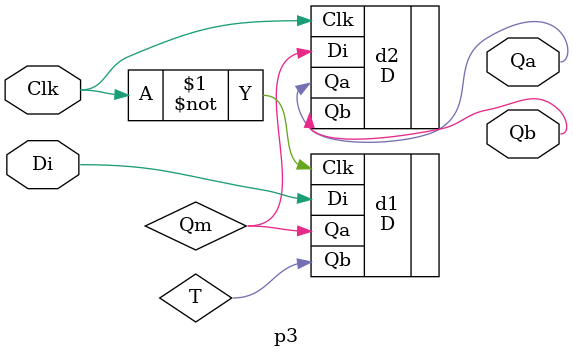
<source format=v>
module p3(Di, Clk, Qa, Qb);

	input Di, Clk;
	output Qa, Qb;
	
	wire Qm, T;

	D d1(.Di(Di), .Clk(~Clk), .Qa(Qm), .Qb(T));
	D d2(.Di(Qm), .Clk(Clk), .Qa(Qa), .Qb(Qb));

endmodule
</source>
